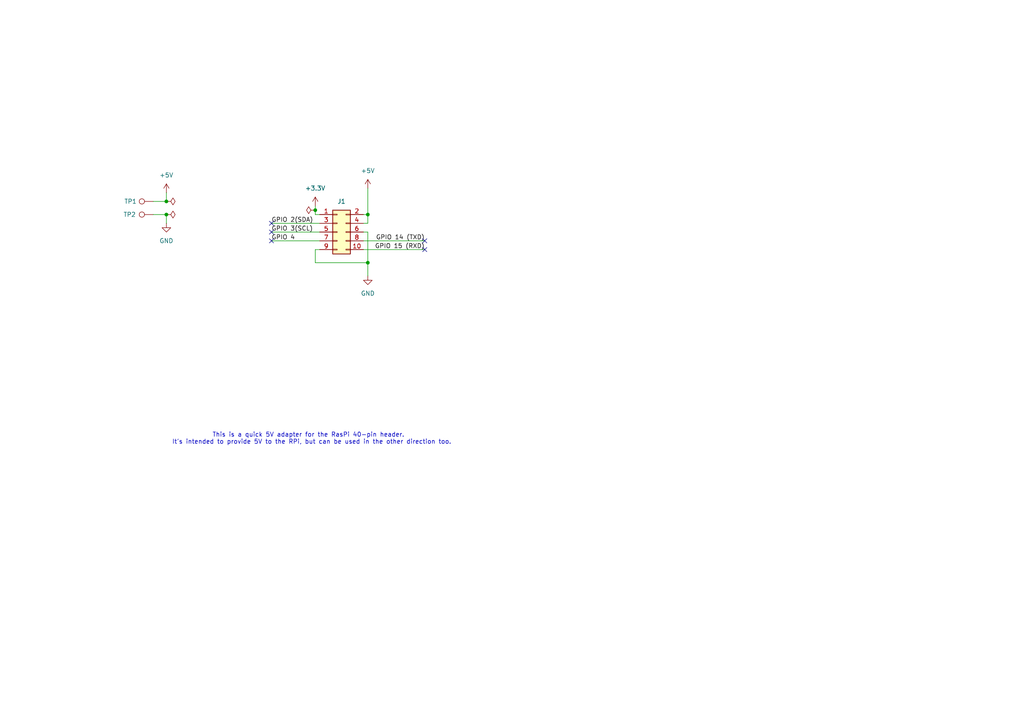
<source format=kicad_sch>
(kicad_sch (version 20231120) (generator "eeschema") (generator_version "8.0")
  (paper "A4")
  (lib_symbols
    (symbol "Connector:TestPoint" (pin_numbers hide) (pin_names (offset 0.762) hide)
      (property "Reference" "TP" (at 0 6.858 0))
      (property "Value" "TestPoint" (at 0 5.08 0))
      (symbol "TestPoint_0_1"
        (circle (center 0 3.302) (radius 0.762))
      )
      (symbol "TestPoint_1_1"
        (pin passive line (at 0 0 90) (length 2.54) (name "1") (number "1"))
      )
    )
    (symbol "Connector_Generic:Conn_02x05_Odd_Even" (pin_names (offset 1.016) hide)
      (property "Reference" "J" (at 1.27 7.62 0))
      (property "Value" "Conn_02x05_Odd_Even" (at 1.27 -7.62 0))
      (symbol "Conn_02x05_Odd_Even_1_1"
        (rectangle (start -1.27 -4.953) (end 0 -5.207) (stroke (width 0.1524)))
        (rectangle (start -1.27 -2.413) (end 0 -2.667) (stroke (width 0.1524)))
        (rectangle (start -1.27 0.127) (end 0 -0.127) (stroke (width 0.1524)))
        (rectangle (start -1.27 2.667) (end 0 2.413) (stroke (width 0.1524)))
        (rectangle (start -1.27 5.207) (end 0 4.953) (stroke (width 0.1524)))
        (rectangle (start -1.27 6.35) (end 3.81 -6.35) (stroke (width 0.254)) (fill (type background)))
        (rectangle (start 3.81 -4.953) (end 2.54 -5.207) (stroke (width 0.1524)))
        (rectangle (start 3.81 -2.413) (end 2.54 -2.667) (stroke (width 0.1524)))
        (rectangle (start 3.81 0.127) (end 2.54 -0.127) (stroke (width 0.1524)))
        (rectangle (start 3.81 2.667) (end 2.54 2.413) (stroke (width 0.1524)))
        (rectangle (start 3.81 5.207) (end 2.54 4.953) (stroke (width 0.1524)))
        (pin passive line (at -5.08 5.08 0) (length 3.81) (name "Pin_1") (number "1"))
        (pin passive line (at 7.62 -5.08 180) (length 3.81) (name "Pin_10") (number "10"))
        (pin passive line (at 7.62 5.08 180) (length 3.81) (name "Pin_2") (number "2"))
        (pin passive line (at -5.08 2.54 0) (length 3.81) (name "Pin_3") (number "3"))
        (pin passive line (at 7.62 2.54 180) (length 3.81) (name "Pin_4") (number "4"))
        (pin passive line (at -5.08 0 0) (length 3.81) (name "Pin_5") (number "5"))
        (pin passive line (at 7.62 0 180) (length 3.81) (name "Pin_6") (number "6"))
        (pin passive line (at -5.08 -2.54 0) (length 3.81) (name "Pin_7") (number "7"))
        (pin passive line (at 7.62 -2.54 180) (length 3.81) (name "Pin_8") (number "8"))
        (pin passive line (at -5.08 -5.08 0) (length 3.81) (name "Pin_9") (number "9"))
      )
    )
    (symbol "power:+3.3V" (power) (pin_numbers hide) (pin_names (offset 0) hide)
      (property "Value" "+3.3V" (at 0 3.556 0))
      (symbol "+3.3V_0_1"
        (polyline (pts (xy -0.762 1.27) (xy 0 2.54)))
        (polyline (pts (xy 0 0) (xy 0 2.54)))
        (polyline (pts (xy 0 2.54) (xy 0.762 1.27)))
      )
      (symbol "+3.3V_1_1"
        (pin power_in line (at 0 0 90) (length 0) (name "~") (number "1"))
      )
    )
    (symbol "power:+5V" (power) (pin_numbers hide) (pin_names (offset 0) hide)
      (property "Value" "+5V" (at 0 3.556 0))
      (symbol "+5V_0_1"
        (polyline (pts (xy -0.762 1.27) (xy 0 2.54)))
        (polyline (pts (xy 0 0) (xy 0 2.54)))
        (polyline (pts (xy 0 2.54) (xy 0.762 1.27)))
      )
      (symbol "+5V_1_1"
        (pin power_in line (at 0 0 90) (length 0) (name "~") (number "1"))
      )
    )
    (symbol "power:GND" (power) (pin_numbers hide) (pin_names (offset 0) hide)
      (property "Value" "GND" (at 0 -3.81 0))
      (symbol "GND_0_1"
        (polyline (pts (xy 0 0) (xy 0 -1.27) (xy 1.27 -1.27) (xy 0 -2.54) (xy -1.27 -1.27) (xy 0 -1.27)))
      )
      (symbol "GND_1_1"
        (pin power_in line (at 0 0 270) (length 0) (name "~") (number "1"))
      )
    )
    (symbol "power:PWR_FLAG" (power) (pin_numbers hide) (pin_names (offset 0) hide)
      (property "Value" "PWR_FLAG" (at 0 3.81 0))
      (symbol "PWR_FLAG_0_0"
        (pin power_out line (at 0 0 90) (length 0) (name "~") (number "1"))
      )
      (symbol "PWR_FLAG_0_1"
        (polyline (pts (xy 0 0) (xy 0 1.27) (xy -1.016 1.905) (xy 0 2.54) (xy 1.016 1.905) (xy 0 1.27)))
      )
    )
  )
  (junction (at 106.68 76.2))
  (junction (at 48.26 62.23))
  (junction (at 106.68 62.23))
  (junction (at 91.44 60.96))
  (junction (at 48.26 58.42))
  (no_connect (at 123.19 72.39))
  (no_connect (at 78.74 64.77))
  (no_connect (at 78.74 67.31))
  (no_connect (at 123.19 69.85))
  (no_connect (at 78.74 69.85))
  (wire (pts (xy 91.44 76.2) (xy 106.68 76.2)))
  (wire (pts (xy 92.71 72.39) (xy 91.44 72.39)))
  (wire (pts (xy 105.41 67.31) (xy 106.68 67.31)))
  (wire (pts (xy 106.68 62.23) (xy 106.68 64.77)))
  (wire (pts (xy 106.68 64.77) (xy 105.41 64.77)))
  (wire (pts (xy 78.74 67.31) (xy 92.71 67.31)))
  (wire (pts (xy 106.68 54.61) (xy 106.68 62.23)))
  (wire (pts (xy 91.44 72.39) (xy 91.44 76.2)))
  (wire (pts (xy 105.41 72.39) (xy 123.19 72.39)))
  (wire (pts (xy 48.26 58.42) (xy 48.26 55.88)))
  (wire (pts (xy 105.41 69.85) (xy 123.19 69.85)))
  (wire (pts (xy 78.74 64.77) (xy 92.71 64.77)))
  (wire (pts (xy 91.44 62.23) (xy 91.44 60.96)))
  (wire (pts (xy 105.41 62.23) (xy 106.68 62.23)))
  (wire (pts (xy 78.74 69.85) (xy 92.71 69.85)))
  (wire (pts (xy 44.45 62.23) (xy 48.26 62.23)))
  (wire (pts (xy 44.45 58.42) (xy 48.26 58.42)))
  (wire (pts (xy 106.68 76.2) (xy 106.68 80.01)))
  (wire (pts (xy 91.44 60.96) (xy 91.44 59.69)))
  (wire (pts (xy 92.71 62.23) (xy 91.44 62.23)))
  (wire (pts (xy 48.26 62.23) (xy 48.26 64.77)))
  (wire (pts (xy 106.68 67.31) (xy 106.68 76.2)))
  (text "This is a quick 5V adapter for the RasPi 40-pin header.  \nIt's intended to provide 5V to the RPi, but can be used in the other direction too." (at 90.424 127.254 0) (effects (font (size 1.27 1.27))))
  (label "GPIO 2(SDA)" (at 78.74 64.77 0))
  (label "GPIO 15 (RXD)" (at 123.19 72.39 180))
  (label "GPIO 3(SCL)" (at 78.74 67.31 0))
  (label "GPIO 4" (at 78.74 69.85 0))
  (label "GPIO 14 (TXD)" (at 123.19 69.85 180))
  (symbol (lib_id "power:+5V") (at 48.26 55.88 0) (unit 1)
    (property "Reference" "#PWR04" (effects (hide yes)))
    (property "Value" "+5V" (at 48.26 50.8 0))
    (property "Description" "Power symbol creates a global label with name \"+5V\"" (effects (hide yes)))
  )
  (symbol (lib_id "power:GND") (at 106.68 80.01 0) (unit 1)
    (property "Reference" "#PWR03" (effects (hide yes)))
    (property "Value" "GND" (at 106.68 85.09 0))
    (property "Description" "Power symbol creates a global label with name \"GND\" , ground" (effects (hide yes)))
  )
  (symbol (lib_id "power:+5V") (at 106.68 54.61 0) (unit 1)
    (property "Reference" "#PWR01" (effects (hide yes)))
    (property "Value" "+5V" (at 106.68 49.53 0))
    (property "Description" "Power symbol creates a global label with name \"+5V\"" (effects (hide yes)))
  )
  (symbol (lib_id "power:+3.3V") (at 91.44 59.69 0) (unit 1)
    (property "Reference" "#PWR02" (effects (hide yes)))
    (property "Value" "+3.3V" (at 91.44 54.61 0))
    (property "Description" "Power symbol creates a global label with name \"+3.3V\"" (effects (hide yes)))
  )
  (symbol (lib_id "power:GND") (at 48.26 64.77 0) (unit 1)
    (property "Reference" "#PWR05" (effects (hide yes)))
    (property "Value" "GND" (at 48.26 69.85 0))
    (property "Description" "Power symbol creates a global label with name \"GND\" , ground" (effects (hide yes)))
  )
  (symbol (lib_id "Connector_Generic:Conn_02x05_Odd_Even") (at 97.79 67.31 0) (unit 1)
    (property "Reference" "J1" (at 99.06 58.42 0))
    (property "Value" "Conn_02x05_Odd_Even" (effects (hide yes)))
    (property "Footprint" "Connector_PinSocket_2.54mm:PinSocket_2x05_P2.54mm_Vertical" (effects (hide yes)))
    (property "Datasheet" "https://www.raspberrypi.com/documentation/computers/raspberry-pi.html" (effects (hide yes)))
    (property "Description" "Generic connector, double row, 02x05, odd/even pin numbering scheme (row 1 odd numbers, row 2 even numbers), script generated (kicad-library-utils/schlib/autogen/connector/)" (effects (hide yes)))
  )
  (symbol (lib_id "power:PWR_FLAG") (at 48.26 62.23 270) (unit 1)
    (property "Reference" "#FLG02" (effects (hide yes)))
    (property "Value" "PWR_FLAG" (effects (hide yes)))
    (property "Description" "Special symbol for telling ERC where power comes from" (effects (hide yes)))
  )
  (symbol (lib_id "power:PWR_FLAG") (at 48.26 58.42 270) (unit 1)
    (property "Reference" "#FLG01" (effects (hide yes)))
    (property "Value" "PWR_FLAG" (effects (hide yes)))
    (property "Description" "Special symbol for telling ERC where power comes from" (effects (hide yes)))
  )
  (symbol (lib_id "Connector:TestPoint") (at 44.45 58.42 90) (unit 1)
    (property "Reference" "TP1" (at 37.846 58.42 90))
    (property "Value" "TestPoint" (effects (hide yes)))
    (property "Footprint" "Connector_Wire:SolderWire-1sqmm_1x01_D1.4mm_OD2.7mm" (effects (hide yes)))
    (property "Description" "test point" (effects (hide yes)))
  )
  (symbol (lib_id "Connector:TestPoint") (at 44.45 62.23 90) (unit 1)
    (property "Reference" "TP2" (at 37.592 62.23 90))
    (property "Value" "TestPoint" (effects (hide yes)))
    (property "Footprint" "Connector_Wire:SolderWire-1sqmm_1x01_D1.4mm_OD2.7mm" (effects (hide yes)))
    (property "Description" "test point" (effects (hide yes)))
  )
  (symbol (lib_id "power:PWR_FLAG") (at 91.44 60.96 90) (unit 1)
    (property "Reference" "#FLG03" (effects (hide yes)))
    (property "Value" "PWR_FLAG" (effects (hide yes)))
    (property "Description" "Special symbol for telling ERC where power comes from" (effects (hide yes)))
  )
)
</source>
